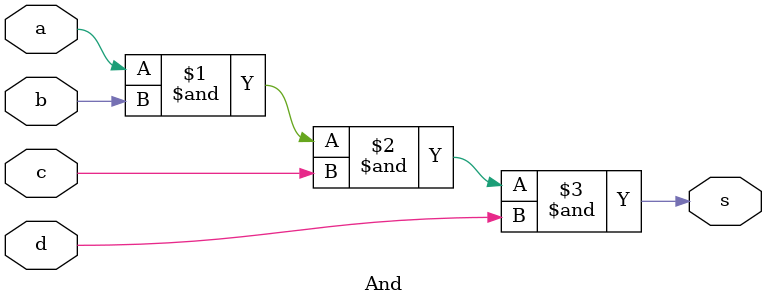
<source format=sv>
module And(
  input a,b,c,d,
  output s);
  
  assign s = a&b&c&d;
  
endmodule
</source>
